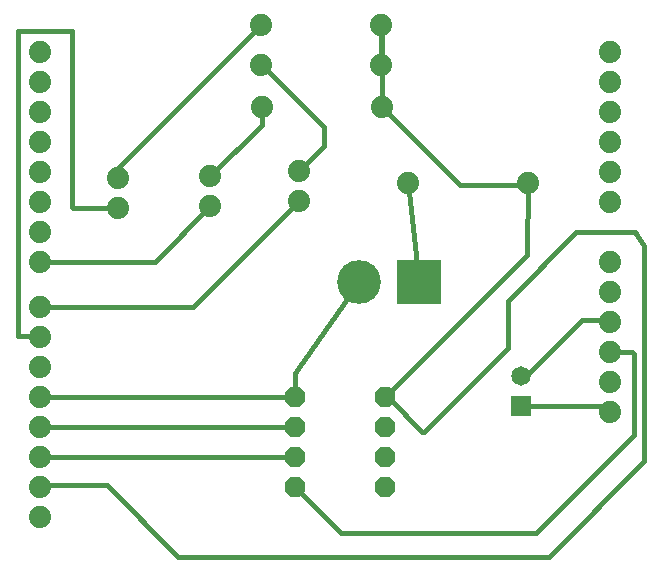
<source format=gbl>
G75*
G70*
%OFA0B0*%
%FSLAX24Y24*%
%IPPOS*%
%LPD*%
%AMOC8*
5,1,8,0,0,1.08239X$1,22.5*
%
%ADD10C,0.0740*%
%ADD11OC8,0.0680*%
%ADD12R,0.0650X0.0650*%
%ADD13C,0.0650*%
%ADD14C,0.1457*%
%ADD15R,0.1457X0.1457*%
%ADD16C,0.0160*%
D10*
X001509Y012260D03*
X001509Y013260D03*
X001509Y014260D03*
X001509Y015260D03*
X001509Y016260D03*
X001509Y017260D03*
X001509Y018260D03*
X001509Y019260D03*
X001509Y020760D03*
X001509Y021760D03*
X001509Y022760D03*
X001509Y023760D03*
X001509Y024760D03*
X001509Y025760D03*
X001509Y026760D03*
X001509Y027760D03*
X004104Y023571D03*
X004104Y022571D03*
X007200Y022618D03*
X007200Y023618D03*
X008925Y025932D03*
X008889Y027331D03*
X008885Y028669D03*
X010138Y023785D03*
X010138Y022785D03*
X012925Y025932D03*
X012889Y027331D03*
X012885Y028669D03*
X013787Y023389D03*
X017787Y023389D03*
X020509Y023760D03*
X020509Y024760D03*
X020509Y025760D03*
X020509Y026760D03*
X020509Y027760D03*
X020509Y022760D03*
X020509Y020760D03*
X020509Y019760D03*
X020509Y018760D03*
X020509Y017760D03*
X020509Y016760D03*
X020509Y015760D03*
D11*
X013009Y015274D03*
X013009Y014274D03*
X013009Y013274D03*
X013009Y016274D03*
X010009Y016274D03*
X010009Y015274D03*
X010009Y014274D03*
X010009Y013274D03*
D12*
X017548Y015964D03*
D13*
X017548Y016964D03*
D14*
X012155Y020093D03*
D15*
X014155Y020093D03*
D16*
X006120Y010936D02*
X003737Y013319D01*
X001568Y013319D01*
X001509Y013260D01*
X001509Y014260D02*
X009994Y014260D01*
X010009Y014274D01*
X009994Y015260D02*
X010009Y015274D01*
X009994Y015260D02*
X001509Y015260D01*
X001509Y016260D02*
X001523Y016274D01*
X010009Y016274D01*
X010009Y017057D01*
X012155Y020093D01*
X014155Y020093D02*
X013787Y023389D01*
X015504Y023344D02*
X012992Y025856D01*
X012925Y025856D01*
X012925Y025932D01*
X012925Y028434D01*
X012889Y028399D01*
X012889Y027331D01*
X012925Y028434D02*
X012925Y028629D01*
X012885Y028669D01*
X010980Y025273D02*
X010980Y024627D01*
X010138Y023785D01*
X010138Y022785D02*
X006613Y019260D01*
X001509Y019260D01*
X001509Y018289D02*
X000790Y018289D01*
X000790Y028468D01*
X002586Y028468D01*
X002586Y022589D01*
X002610Y022589D01*
X002610Y022571D01*
X004104Y022571D01*
X004104Y023571D02*
X004104Y023888D01*
X008885Y028669D01*
X008922Y027331D02*
X008889Y027331D01*
X008922Y027331D02*
X010980Y025273D01*
X008925Y025343D02*
X007200Y023618D01*
X007200Y022618D02*
X005342Y020760D01*
X001509Y020760D01*
X001509Y018289D02*
X001509Y018260D01*
X006120Y010936D02*
X018489Y010936D01*
X021648Y014147D01*
X021648Y021297D01*
X021427Y021672D01*
X021427Y021672D01*
X021339Y021760D01*
X019400Y021760D01*
X017108Y019468D01*
X017108Y017907D01*
X014313Y015113D01*
X014257Y015113D01*
X013138Y016232D01*
X013009Y016232D01*
X013009Y016274D01*
X013022Y016274D01*
X017763Y021016D01*
X017763Y021018D01*
X017787Y023389D01*
X017742Y023344D01*
X015504Y023344D01*
X019576Y018824D02*
X020445Y018824D01*
X020509Y018760D01*
X020509Y017760D02*
X021267Y017760D01*
X021314Y017713D01*
X021314Y015008D01*
X018055Y011749D01*
X011535Y011749D01*
X010009Y013274D01*
X017548Y015964D02*
X020305Y015964D01*
X020509Y015760D01*
X017716Y016964D02*
X019576Y018824D01*
X017716Y016964D02*
X017548Y016964D01*
X008925Y025343D02*
X008925Y025932D01*
M02*

</source>
